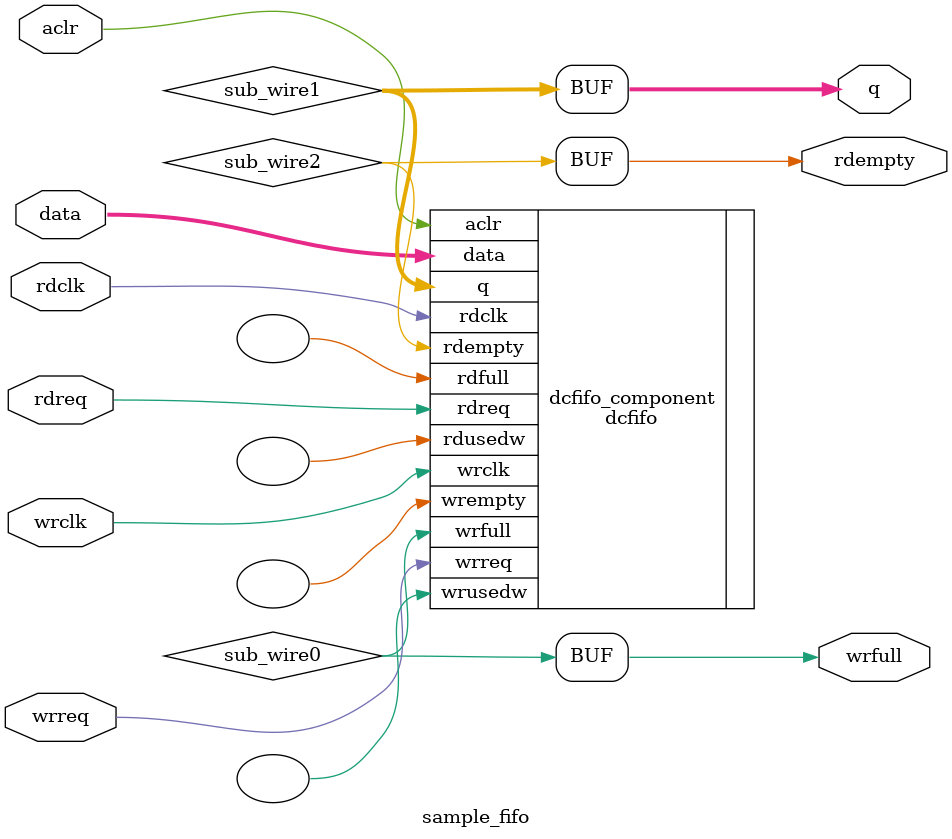
<source format=v>
module sample_fifo (
	aclr,
	data,
	rdclk,
	rdreq,
	wrclk,
	wrreq,
	q,
	rdempty,
	wrfull);
	input	  aclr;
	input	[47:0]  data;
	input	  rdclk;
	input	  rdreq;
	input	  wrclk;
	input	  wrreq;
	output	[47:0]  q;
	output	  rdempty;
	output	  wrfull;
`ifndef ALTERA_RESERVED_QIS
// synopsys translate_off
`endif
	tri0	  aclr;
`ifndef ALTERA_RESERVED_QIS
// synopsys translate_on
`endif
	wire  sub_wire0;
	wire [47:0] sub_wire1;
	wire  sub_wire2;
	wire  wrfull = sub_wire0;
	wire [47:0] q = sub_wire1[47:0];
	wire  rdempty = sub_wire2;
	dcfifo	dcfifo_component (
				.rdclk (rdclk),
				.wrclk (wrclk),
				.wrreq (wrreq),
				.aclr (aclr),
				.data (data),
				.rdreq (rdreq),
				.wrfull (sub_wire0),
				.q (sub_wire1),
				.rdempty (sub_wire2),
				.rdfull (),
				.rdusedw (),
				.wrempty (),
				.wrusedw ());
	defparam
		dcfifo_component.intended_device_family = "Cyclone II",
		dcfifo_component.lpm_hint = "MAXIMIZE_SPEED=5,",
		dcfifo_component.lpm_numwords = 2048,
		dcfifo_component.lpm_showahead = "OFF",
		dcfifo_component.lpm_type = "dcfifo",
		dcfifo_component.lpm_width = 48,
		dcfifo_component.lpm_widthu = 11,
		dcfifo_component.overflow_checking = "OFF",
		dcfifo_component.rdsync_delaypipe = 8,
		dcfifo_component.underflow_checking = "OFF",
		dcfifo_component.use_eab = "ON",
		dcfifo_component.write_aclr_synch = "OFF",
		dcfifo_component.wrsync_delaypipe = 8;
endmodule
</source>
